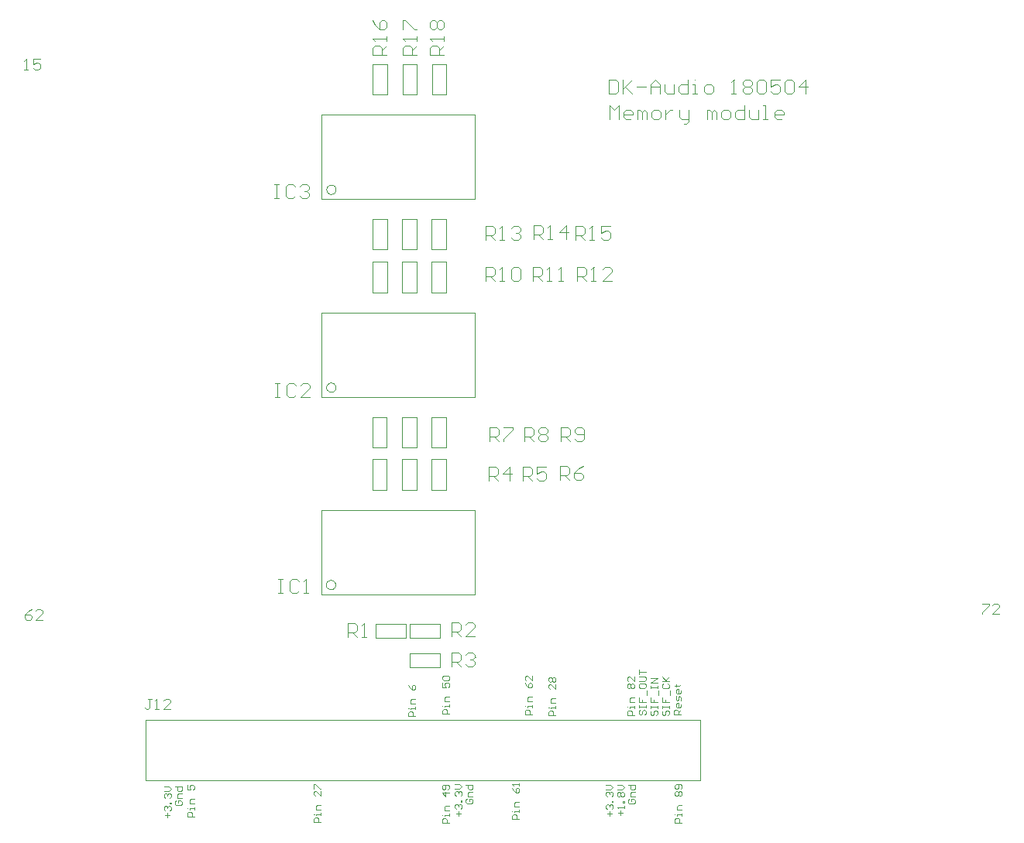
<source format=gto>
*%FSLAX23Y23*%
*%MOIN*%
G01*
D12*
X10591Y6143D02*
X10621D01*
X10591D02*
Y6158D01*
X10596Y6163D01*
X10606D01*
X10611Y6158D01*
Y6143D01*
X10621Y6173D02*
Y6183D01*
Y6178D01*
X10601D01*
Y6173D01*
X10591Y6178D02*
X10592D01*
X10601Y6198D02*
X10621D01*
X10601D02*
Y6213D01*
X10606Y6218D01*
X10621D01*
X10596Y6258D02*
X10591Y6263D01*
Y6273D01*
X10596Y6278D01*
X10601D01*
X10606Y6273D01*
X10611Y6278D01*
X10616D01*
X10621Y6273D01*
Y6263D01*
X10616Y6258D01*
X10611D01*
X10606Y6263D01*
X10601Y6258D01*
X10596D01*
X10606Y6263D02*
Y6273D01*
X10616Y6288D02*
X10621Y6293D01*
Y6303D01*
X10616Y6308D01*
X10596D01*
X10591Y6303D01*
Y6293D01*
X10596Y6288D01*
X10601D01*
X10606Y6293D01*
Y6308D01*
X9921Y6158D02*
X9891D01*
Y6173D01*
X9896Y6178D01*
X9906D01*
X9911Y6173D01*
Y6158D01*
X9921Y6188D02*
Y6198D01*
Y6193D01*
X9901D01*
Y6188D01*
X9891Y6193D02*
X9892D01*
X9901Y6213D02*
X9921D01*
X9901D02*
Y6228D01*
X9906Y6233D01*
X9921D01*
X9896Y6283D02*
X9891Y6293D01*
X9896Y6283D02*
X9906Y6273D01*
X9916D01*
X9921Y6278D01*
Y6288D01*
X9916Y6293D01*
X9911D01*
X9906Y6288D01*
Y6273D01*
X9921Y6303D02*
Y6313D01*
Y6308D01*
X9891D01*
X9892D01*
X9891D02*
X9896Y6303D01*
X9620Y6142D02*
X9590D01*
Y6157D01*
X9595Y6162D01*
X9605D01*
X9610Y6157D01*
Y6142D01*
X9620Y6172D02*
Y6182D01*
Y6177D01*
X9600D01*
Y6172D01*
X9590Y6177D02*
X9591D01*
X9600Y6197D02*
X9620D01*
X9600D02*
Y6212D01*
X9605Y6217D01*
X9620D01*
Y6272D02*
X9590D01*
X9605Y6257D01*
Y6277D01*
X9615Y6287D02*
X9620Y6292D01*
Y6302D01*
X9615Y6307D01*
X9595D01*
X9590Y6302D01*
Y6292D01*
X9595Y6287D01*
X9600D01*
X9605Y6292D01*
Y6307D01*
X9068Y6144D02*
X9038D01*
Y6159D01*
X9043Y6164D01*
X9053D01*
X9058Y6159D01*
Y6144D01*
X9068Y6174D02*
Y6184D01*
Y6179D01*
X9048D01*
Y6174D01*
X9038Y6179D02*
X9039D01*
X9048Y6199D02*
X9068D01*
X9048D02*
Y6214D01*
X9053Y6219D01*
X9068D01*
Y6259D02*
Y6279D01*
Y6259D02*
X9048Y6279D01*
X9043D01*
X9038Y6274D01*
Y6264D01*
X9043Y6259D01*
X9038Y6289D02*
Y6309D01*
X9043D01*
X9063Y6289D01*
X9068D01*
X10386Y6606D02*
X10416D01*
X10386D02*
Y6621D01*
X10391Y6626D01*
X10401D01*
X10406Y6621D01*
Y6606D01*
X10416Y6636D02*
Y6646D01*
Y6641D01*
X10396D01*
Y6636D01*
X10386Y6641D02*
X10387D01*
X10396Y6661D02*
X10416D01*
X10396D02*
Y6676D01*
X10401Y6681D01*
X10416D01*
X10391Y6721D02*
X10386Y6726D01*
Y6736D01*
X10391Y6741D01*
X10396D01*
X10401Y6736D01*
X10406Y6741D01*
X10411D01*
X10416Y6736D01*
Y6726D01*
X10411Y6721D01*
X10406D01*
X10401Y6726D01*
X10396Y6721D01*
X10391D01*
X10401Y6726D02*
Y6736D01*
X10416Y6751D02*
Y6771D01*
Y6751D02*
X10396Y6771D01*
X10391D01*
X10386Y6766D01*
Y6756D01*
X10391Y6751D01*
X9977Y6609D02*
X9947D01*
Y6624D01*
X9952Y6629D01*
X9962D01*
X9967Y6624D01*
Y6609D01*
X9977Y6639D02*
Y6649D01*
Y6644D01*
X9957D01*
Y6639D01*
X9947Y6644D02*
X9948D01*
X9957Y6664D02*
X9977D01*
X9957D02*
Y6679D01*
X9962Y6684D01*
X9977D01*
X9952Y6734D02*
X9947Y6744D01*
X9952Y6734D02*
X9962Y6724D01*
X9972D01*
X9977Y6729D01*
Y6739D01*
X9972Y6744D01*
X9967D01*
X9962Y6739D01*
Y6724D01*
X9977Y6754D02*
Y6774D01*
Y6754D02*
X9957Y6774D01*
X9952D01*
X9947Y6769D01*
Y6759D01*
X9952Y6754D01*
X9621Y6612D02*
X9591D01*
Y6627D01*
X9596Y6632D01*
X9606D01*
X9611Y6627D01*
Y6612D01*
X9621Y6642D02*
Y6652D01*
Y6647D01*
X9601D01*
Y6642D01*
X9591Y6647D02*
X9592D01*
X9601Y6667D02*
X9621D01*
X9601D02*
Y6682D01*
X9606Y6687D01*
X9621D01*
X9591Y6727D02*
Y6747D01*
Y6727D02*
X9606D01*
X9601Y6737D01*
Y6742D01*
X9606Y6747D01*
X9616D01*
X9621Y6742D01*
Y6732D01*
X9616Y6727D01*
X9596Y6757D02*
X9591Y6762D01*
Y6772D01*
X9596Y6777D01*
X9616D01*
X9621Y6772D01*
Y6762D01*
X9616Y6757D01*
X9596D01*
X8523Y6169D02*
X8493D01*
Y6184D01*
X8498Y6189D01*
X8508D01*
X8513Y6184D01*
Y6169D01*
X8523Y6199D02*
Y6209D01*
Y6204D01*
X8503D01*
Y6199D01*
X8493Y6204D02*
X8494D01*
X8503Y6224D02*
X8523D01*
X8503D02*
Y6239D01*
X8508Y6244D01*
X8523D01*
X8493Y6284D02*
Y6304D01*
Y6284D02*
X8508D01*
X8503Y6294D01*
Y6299D01*
X8508Y6304D01*
X8518D01*
X8523Y6299D01*
Y6289D01*
X8518Y6284D01*
X10537Y6622D02*
X10542Y6627D01*
X10537Y6622D02*
Y6612D01*
X10542Y6607D01*
X10547D01*
X10552Y6612D01*
Y6622D01*
X10557Y6627D01*
X10562D01*
X10567Y6622D01*
Y6612D01*
X10562Y6607D01*
X10537Y6637D02*
Y6647D01*
Y6642D01*
X10567D01*
Y6637D01*
Y6647D01*
X10537Y6662D02*
Y6682D01*
Y6662D02*
X10552D01*
Y6672D01*
Y6662D01*
X10567D01*
X10572Y6692D02*
Y6712D01*
X10542Y6742D02*
X10537Y6737D01*
Y6727D01*
X10542Y6722D01*
X10562D01*
X10567Y6727D01*
Y6737D01*
X10562Y6742D01*
X10567Y6752D02*
X10537D01*
X10557D02*
X10567D01*
X10557D02*
X10537Y6772D01*
X10552Y6757D01*
X10567Y6772D01*
X10491Y6627D02*
X10486Y6622D01*
Y6612D01*
X10491Y6607D01*
X10496D01*
X10501Y6612D01*
Y6622D01*
X10506Y6627D01*
X10511D01*
X10516Y6622D01*
Y6612D01*
X10511Y6607D01*
X10486Y6637D02*
Y6647D01*
Y6642D01*
X10516D01*
Y6637D01*
Y6647D01*
X10486Y6662D02*
Y6682D01*
Y6662D02*
X10501D01*
Y6672D01*
Y6662D01*
X10516D01*
X10521Y6692D02*
Y6712D01*
X10486Y6722D02*
Y6732D01*
Y6727D01*
X10516D01*
Y6722D01*
Y6732D01*
Y6747D02*
X10486D01*
X10516Y6767D01*
X10486D01*
X10442Y6628D02*
X10437Y6623D01*
Y6613D01*
X10442Y6608D01*
X10447D01*
X10452Y6613D01*
Y6623D01*
X10457Y6628D01*
X10462D01*
X10467Y6623D01*
Y6613D01*
X10462Y6608D01*
X10437Y6638D02*
Y6648D01*
Y6643D01*
X10467D01*
Y6638D01*
Y6648D01*
X10437Y6663D02*
Y6683D01*
Y6663D02*
X10452D01*
Y6673D01*
Y6663D01*
X10467D01*
X10472Y6693D02*
Y6713D01*
X10437Y6728D02*
Y6738D01*
Y6728D02*
X10442Y6723D01*
X10462D01*
X10467Y6728D01*
Y6738D01*
X10462Y6743D01*
X10442D01*
X10437Y6738D01*
Y6753D02*
X10462D01*
X10467Y6758D01*
Y6768D01*
X10462Y6773D01*
X10437D01*
Y6783D02*
Y6803D01*
Y6793D01*
X10467D01*
X10586Y6608D02*
X10616D01*
X10586D02*
Y6623D01*
X10591Y6628D01*
X10601D01*
X10606Y6623D01*
Y6608D01*
Y6618D02*
X10616Y6628D01*
Y6643D02*
Y6653D01*
Y6643D02*
X10611Y6638D01*
X10601D01*
X10596Y6643D01*
Y6653D01*
X10601Y6658D01*
X10606D01*
Y6638D01*
X10616Y6668D02*
Y6683D01*
X10611Y6688D01*
X10606Y6683D01*
Y6673D01*
X10601Y6668D01*
X10596Y6673D01*
Y6688D01*
X10616Y6703D02*
Y6713D01*
Y6703D02*
X10611Y6698D01*
X10601D01*
X10596Y6703D01*
Y6713D01*
X10601Y6718D01*
X10606D01*
Y6698D01*
X10596Y6733D02*
X10591D01*
X10596D02*
Y6728D01*
Y6738D01*
Y6733D01*
X10611D01*
X10616Y6738D01*
X10358Y6195D02*
Y6175D01*
X10348Y6185D02*
X10368D01*
X10373Y6205D02*
Y6215D01*
Y6210D01*
X10343D01*
X10344D01*
X10343D02*
X10348Y6205D01*
X10368Y6230D02*
X10373D01*
X10368D02*
Y6235D01*
X10373D01*
Y6230D01*
X10348Y6255D02*
X10343Y6260D01*
Y6270D01*
X10348Y6275D01*
X10353D01*
X10358Y6270D01*
X10363Y6275D01*
X10368D01*
X10373Y6270D01*
Y6260D01*
X10368Y6255D01*
X10363D01*
X10358Y6260D01*
X10353Y6255D01*
X10348D01*
X10358Y6260D02*
Y6270D01*
X10363Y6285D02*
X10343D01*
X10363D02*
X10373Y6295D01*
X10363Y6305D01*
X10343D01*
X10394Y6245D02*
X10389Y6240D01*
Y6230D01*
X10394Y6225D01*
X10414D01*
X10419Y6230D01*
Y6240D01*
X10414Y6245D01*
X10404D01*
Y6235D01*
X10399Y6255D02*
X10419D01*
X10399D02*
Y6270D01*
X10404Y6275D01*
X10419D01*
Y6305D02*
X10389D01*
X10419D02*
Y6290D01*
X10414Y6285D01*
X10404D01*
X10399Y6290D01*
Y6305D01*
X10309Y6191D02*
Y6171D01*
X10299Y6181D02*
X10319D01*
X10299Y6201D02*
X10294Y6206D01*
Y6216D01*
X10299Y6221D01*
X10304D01*
X10305D01*
X10304D02*
X10305D01*
X10304D02*
X10305D01*
X10304D02*
X10309Y6216D01*
Y6211D01*
Y6216D01*
X10314Y6221D01*
X10319D01*
X10324Y6216D01*
Y6206D01*
X10319Y6201D01*
Y6231D02*
X10324D01*
X10319D02*
Y6236D01*
X10324D01*
Y6231D01*
X10299Y6256D02*
X10294Y6261D01*
Y6271D01*
X10299Y6276D01*
X10304D01*
X10305D01*
X10304D02*
X10305D01*
X10304D02*
X10305D01*
X10304D02*
X10309Y6271D01*
Y6266D01*
Y6271D01*
X10314Y6276D01*
X10319D01*
X10324Y6271D01*
Y6261D01*
X10319Y6256D01*
X10314Y6286D02*
X10294D01*
X10314D02*
X10324Y6296D01*
X10314Y6306D01*
X10294D01*
X9697Y6246D02*
X9692Y6241D01*
Y6231D01*
X9697Y6226D01*
X9717D01*
X9722Y6231D01*
Y6241D01*
X9717Y6246D01*
X9707D01*
Y6236D01*
X9702Y6256D02*
X9722D01*
X9702D02*
Y6271D01*
X9707Y6276D01*
X9722D01*
Y6306D02*
X9692D01*
X9722D02*
Y6291D01*
X9717Y6286D01*
X9707D01*
X9702Y6291D01*
Y6306D01*
X9660Y6193D02*
Y6173D01*
X9650Y6183D02*
X9670D01*
X9650Y6203D02*
X9645Y6208D01*
Y6218D01*
X9650Y6223D01*
X9655D01*
X9656D01*
X9655D02*
X9656D01*
X9655D02*
X9656D01*
X9655D02*
X9660Y6218D01*
Y6213D01*
Y6218D01*
X9665Y6223D01*
X9670D01*
X9675Y6218D01*
Y6208D01*
X9670Y6203D01*
Y6233D02*
X9675D01*
X9670D02*
Y6238D01*
X9675D01*
Y6233D01*
X9650Y6258D02*
X9645Y6263D01*
Y6273D01*
X9650Y6278D01*
X9655D01*
X9656D01*
X9655D02*
X9656D01*
X9655D02*
X9656D01*
X9655D02*
X9660Y6273D01*
Y6268D01*
Y6273D01*
X9665Y6278D01*
X9670D01*
X9675Y6273D01*
Y6263D01*
X9670Y6258D01*
X9665Y6288D02*
X9645D01*
X9665D02*
X9675Y6298D01*
X9665Y6308D01*
X9645D01*
X8445Y6238D02*
X8440Y6233D01*
Y6223D01*
X8445Y6218D01*
X8465D01*
X8470Y6223D01*
Y6233D01*
X8465Y6238D01*
X8455D01*
Y6228D01*
X8450Y6248D02*
X8470D01*
X8450D02*
Y6263D01*
X8455Y6268D01*
X8470D01*
Y6298D02*
X8440D01*
X8470D02*
Y6283D01*
X8465Y6278D01*
X8455D01*
X8450Y6283D01*
Y6298D01*
X8408Y6185D02*
Y6165D01*
X8398Y6175D02*
X8418D01*
X8398Y6195D02*
X8393Y6200D01*
Y6210D01*
X8398Y6215D01*
X8403D01*
X8404D01*
X8403D02*
X8404D01*
X8403D02*
X8404D01*
X8403D02*
X8408Y6210D01*
Y6205D01*
Y6210D01*
X8413Y6215D01*
X8418D01*
X8423Y6210D01*
Y6200D01*
X8418Y6195D01*
Y6225D02*
X8423D01*
X8418D02*
Y6230D01*
X8423D01*
Y6225D01*
X8398Y6250D02*
X8393Y6255D01*
Y6265D01*
X8398Y6270D01*
X8403D01*
X8404D01*
X8403D02*
X8404D01*
X8403D02*
X8404D01*
X8403D02*
X8408Y6265D01*
Y6260D01*
Y6265D01*
X8413Y6270D01*
X8418D01*
X8423Y6265D01*
Y6255D01*
X8418Y6250D01*
X8413Y6280D02*
X8393D01*
X8413D02*
X8423Y6290D01*
X8413Y6300D01*
X8393D01*
X10048Y6604D02*
X10078D01*
X10048D02*
Y6619D01*
X10053Y6624D01*
X10063D01*
X10068Y6619D01*
Y6604D01*
X10078Y6634D02*
Y6644D01*
Y6639D01*
X10058D01*
Y6634D01*
X10048Y6639D02*
X10049D01*
X10058Y6659D02*
X10078D01*
X10058D02*
Y6674D01*
X10063Y6679D01*
X10078D01*
Y6719D02*
Y6739D01*
Y6719D02*
X10058Y6739D01*
X10053D01*
X10048Y6734D01*
Y6724D01*
X10053Y6719D01*
Y6749D02*
X10048Y6754D01*
Y6764D01*
X10053Y6769D01*
X10058D01*
X10063Y6764D01*
X10068Y6769D01*
X10073D01*
X10078Y6764D01*
Y6754D01*
X10073Y6749D01*
X10068D01*
X10063Y6754D01*
X10058Y6749D01*
X10053D01*
X10063Y6754D02*
Y6764D01*
X9475Y6601D02*
X9445D01*
Y6616D01*
X9450Y6621D01*
X9460D01*
X9465Y6616D01*
Y6601D01*
X9475Y6631D02*
Y6641D01*
Y6636D01*
X9455D01*
Y6631D01*
X9445Y6636D02*
X9446D01*
X9455Y6656D02*
X9475D01*
X9455D02*
Y6671D01*
X9460Y6676D01*
X9475D01*
X9450Y6726D02*
X9445Y6736D01*
X9450Y6726D02*
X9460Y6716D01*
X9470D01*
X9475Y6721D01*
Y6731D01*
X9470Y6736D01*
X9465D01*
X9460Y6731D01*
Y6716D01*
X11913Y7087D02*
X11943D01*
Y7079D01*
X11913Y7049D01*
Y7042D01*
X11958D02*
X11988D01*
X11958D02*
X11988Y7072D01*
Y7079D01*
X11980Y7087D01*
X11965D01*
X11958Y7079D01*
X9132Y8870D02*
X9132Y8867D01*
X9131Y8864D01*
X9130Y8861D01*
X9128Y8858D01*
X9126Y8855D01*
X9124Y8853D01*
X9121Y8852D01*
X9118Y8851D01*
X9115Y8850D01*
X9112Y8850D01*
X9108Y8850D01*
X9105Y8851D01*
X9102Y8853D01*
X9100Y8854D01*
X9097Y8857D01*
X9095Y8859D01*
X9094Y8862D01*
X9093Y8865D01*
X9092Y8868D01*
Y8872D01*
X9093Y8875D01*
X9094Y8878D01*
X9095Y8881D01*
X9097Y8883D01*
X9100Y8885D01*
X9102Y8887D01*
X9105Y8889D01*
X9108Y8890D01*
X9112Y8890D01*
X9115Y8890D01*
X9118Y8889D01*
X9121Y8888D01*
X9124Y8886D01*
X9126Y8884D01*
X9128Y8882D01*
X9130Y8879D01*
X9131Y8876D01*
X9132Y8873D01*
X9132Y8870D01*
X9073Y8829D02*
X9731D01*
Y9192D02*
X9073D01*
X9072Y9192D02*
Y8829D01*
X9731Y8829D02*
Y9192D01*
X8887Y8893D02*
X8867D01*
X8877D02*
X8887D01*
X8877D02*
Y8833D01*
X8867D01*
X8887D01*
X8947Y8893D02*
X8957Y8883D01*
X8947Y8893D02*
X8927D01*
X8917Y8883D01*
Y8843D01*
X8927Y8833D01*
X8947D01*
X8957Y8843D01*
X8977Y8883D02*
X8987Y8893D01*
X9007D01*
X9017Y8883D01*
Y8873D01*
X9018D01*
X9017D02*
X9018D01*
X9017D02*
X9018D01*
X9017D02*
X9007Y8863D01*
X8997D01*
X9007D01*
X9017Y8853D01*
Y8843D01*
X9007Y8833D01*
X8987D01*
X8977Y8843D01*
X9546Y9410D02*
X9608D01*
Y9279D02*
X9546D01*
X9608D02*
Y9410D01*
X9546D02*
Y9279D01*
X9536Y9450D02*
X9596D01*
X9536D02*
Y9480D01*
X9546Y9490D01*
X9566D01*
X9576Y9480D01*
Y9450D01*
Y9470D02*
X9596Y9490D01*
Y9510D02*
Y9530D01*
Y9520D01*
X9536D01*
X9537D01*
X9536D02*
X9546Y9510D01*
Y9560D02*
X9536Y9570D01*
Y9590D01*
X9546Y9600D01*
X9556D01*
X9566Y9590D01*
X9576Y9600D01*
X9586D01*
X9596Y9590D01*
Y9570D01*
X9586Y9560D01*
X9576D01*
X9566Y9570D01*
X9556Y9560D01*
X9546D01*
X9566Y9570D02*
Y9590D01*
X9481Y9279D02*
X9419D01*
Y9410D02*
X9481D01*
X9419D02*
Y9279D01*
X9481D02*
Y9410D01*
X9479Y9448D02*
X9419D01*
Y9478D01*
X9429Y9488D01*
X9449D01*
X9459Y9478D01*
Y9448D01*
Y9468D02*
X9479Y9488D01*
Y9508D02*
Y9528D01*
Y9518D01*
X9419D01*
X9420D01*
X9419D02*
X9429Y9508D01*
X9419Y9558D02*
Y9598D01*
X9429D01*
X9469Y9558D01*
X9479D01*
X9354Y9279D02*
X9292D01*
Y9410D02*
X9354D01*
X9292D02*
Y9279D01*
X9354D02*
Y9410D01*
X9351Y9448D02*
X9291D01*
Y9478D01*
X9301Y9488D01*
X9321D01*
X9331Y9478D01*
Y9448D01*
Y9468D02*
X9351Y9488D01*
Y9508D02*
Y9528D01*
Y9518D01*
X9291D01*
X9292D01*
X9291D02*
X9301Y9508D01*
Y9578D02*
X9291Y9598D01*
X9301Y9578D02*
X9321Y9558D01*
X9341D01*
X9351Y9568D01*
Y9588D01*
X9341Y9598D01*
X9331D01*
X9321Y9588D01*
Y9558D01*
X9545Y8611D02*
X9607D01*
Y8742D02*
X9545D01*
Y8611D01*
X9607D02*
Y8742D01*
X10165Y8713D02*
Y8653D01*
Y8713D02*
X10195D01*
X10205Y8703D01*
Y8683D01*
X10195Y8673D01*
X10165D01*
X10185D02*
X10205Y8653D01*
X10225D02*
X10245D01*
X10235D01*
Y8713D01*
X10236D01*
X10235D02*
X10225Y8703D01*
X10275Y8713D02*
X10315D01*
X10275D02*
Y8683D01*
X10295Y8693D01*
X10305D01*
X10315Y8683D01*
Y8663D01*
X10305Y8653D01*
X10285D01*
X10275Y8663D01*
X9480Y8742D02*
X9418D01*
Y8611D02*
X9480D01*
Y8742D01*
X9418D02*
Y8611D01*
X9983Y8657D02*
Y8717D01*
X10013D01*
X10023Y8707D01*
Y8687D01*
X10013Y8677D01*
X9983D01*
X10003D02*
X10023Y8657D01*
X10043D02*
X10063D01*
X10053D01*
Y8717D01*
X10054D01*
X10053D02*
X10043Y8707D01*
X10123Y8717D02*
Y8657D01*
X10093Y8687D02*
X10123Y8717D01*
X10133Y8687D02*
X10093D01*
X9353Y8742D02*
X9291D01*
Y8611D02*
X9353D01*
Y8742D01*
X9291D02*
Y8611D01*
X9776Y8653D02*
Y8713D01*
X9806D01*
X9816Y8703D01*
Y8683D01*
X9806Y8673D01*
X9776D01*
X9796D02*
X9816Y8653D01*
X9836D02*
X9856D01*
X9846D01*
Y8713D01*
X9847D01*
X9846D02*
X9836Y8703D01*
X9886D02*
X9896Y8713D01*
X9916D01*
X9926Y8703D01*
Y8693D01*
X9927D01*
X9926D02*
X9927D01*
X9926D02*
X9927D01*
X9926D02*
X9916Y8683D01*
X9906D01*
X9916D01*
X9926Y8673D01*
Y8663D01*
X9916Y8653D01*
X9896D01*
X9886Y8663D01*
X9607Y8427D02*
X9545D01*
Y8558D02*
X9607D01*
X9545D02*
Y8427D01*
X9607D02*
Y8558D01*
X10172Y8535D02*
Y8475D01*
Y8535D02*
X10202D01*
X10212Y8525D01*
Y8505D01*
X10202Y8495D01*
X10172D01*
X10192D02*
X10212Y8475D01*
X10232D02*
X10252D01*
X10242D01*
Y8535D01*
X10243D01*
X10242D02*
X10232Y8525D01*
X10282Y8475D02*
X10322D01*
X10282D02*
X10322Y8515D01*
Y8525D01*
X10312Y8535D01*
X10292D01*
X10282Y8525D01*
X9480Y8558D02*
X9418D01*
Y8427D02*
X9480D01*
Y8558D01*
X9418D02*
Y8427D01*
X9979Y8474D02*
Y8534D01*
X10009D01*
X10019Y8524D01*
Y8504D01*
X10009Y8494D01*
X9979D01*
X9999D02*
X10019Y8474D01*
X10039D02*
X10059D01*
X10049D01*
Y8534D01*
X10050D01*
X10049D02*
X10039Y8524D01*
X10089Y8474D02*
X10109D01*
X10099D01*
Y8534D01*
X10100D01*
X10099D02*
X10089Y8524D01*
X9353Y8558D02*
X9291D01*
Y8427D02*
X9353D01*
Y8558D01*
X9291D02*
Y8427D01*
X9776Y8475D02*
Y8535D01*
X9806D01*
X9816Y8525D01*
Y8505D01*
X9806Y8495D01*
X9776D01*
X9796D02*
X9816Y8475D01*
X9836D02*
X9856D01*
X9846D01*
Y8535D01*
X9847D01*
X9846D02*
X9836Y8525D01*
X9886D02*
X9896Y8535D01*
X9916D01*
X9926Y8525D01*
Y8485D01*
X9916Y8475D01*
X9896D01*
X9886Y8485D01*
Y8525D01*
X9130Y7168D02*
X9130Y7165D01*
X9129Y7162D01*
X9128Y7159D01*
X9126Y7156D01*
X9124Y7153D01*
X9122Y7151D01*
X9119Y7150D01*
X9116Y7149D01*
X9113Y7148D01*
X9110Y7148D01*
X9106Y7148D01*
X9103Y7149D01*
X9100Y7151D01*
X9098Y7152D01*
X9095Y7155D01*
X9093Y7157D01*
X9092Y7160D01*
X9091Y7163D01*
X9090Y7166D01*
Y7170D01*
X9091Y7173D01*
X9092Y7176D01*
X9093Y7179D01*
X9095Y7181D01*
X9098Y7183D01*
X9100Y7185D01*
X9103Y7187D01*
X9106Y7188D01*
X9110Y7188D01*
X9113Y7188D01*
X9116Y7187D01*
X9119Y7186D01*
X9122Y7184D01*
X9124Y7182D01*
X9126Y7180D01*
X9128Y7177D01*
X9129Y7174D01*
X9130Y7171D01*
X9130Y7168D01*
X9071Y7127D02*
X9729D01*
Y7490D02*
X9071D01*
X9070Y7490D02*
Y7127D01*
X9729Y7127D02*
Y7490D01*
X8904Y7192D02*
X8884D01*
X8894D02*
X8904D01*
X8894D02*
Y7132D01*
X8884D01*
X8904D01*
X8964Y7192D02*
X8974Y7182D01*
X8964Y7192D02*
X8944D01*
X8934Y7182D01*
Y7142D01*
X8944Y7132D01*
X8964D01*
X8974Y7142D01*
X8994Y7132D02*
X9014D01*
X9004D01*
Y7192D01*
X9005D01*
X9004D02*
X8994Y7182D01*
X9131Y8018D02*
X9131Y8015D01*
X9130Y8012D01*
X9129Y8009D01*
X9127Y8006D01*
X9125Y8003D01*
X9123Y8001D01*
X9120Y8000D01*
X9117Y7999D01*
X9114Y7998D01*
X9111Y7998D01*
X9107Y7998D01*
X9104Y7999D01*
X9101Y8001D01*
X9099Y8002D01*
X9096Y8005D01*
X9094Y8007D01*
X9093Y8010D01*
X9092Y8013D01*
X9091Y8016D01*
Y8020D01*
X9092Y8023D01*
X9093Y8026D01*
X9094Y8029D01*
X9096Y8031D01*
X9099Y8033D01*
X9101Y8035D01*
X9104Y8037D01*
X9107Y8038D01*
X9111Y8038D01*
X9114Y8038D01*
X9117Y8037D01*
X9120Y8036D01*
X9123Y8034D01*
X9125Y8032D01*
X9127Y8030D01*
X9129Y8027D01*
X9130Y8024D01*
X9131Y8021D01*
X9131Y8018D01*
X9072Y8340D02*
X9730D01*
Y7977D02*
X9072D01*
X9730Y7977D02*
Y8340D01*
X9071Y8340D02*
Y7977D01*
X8890Y8035D02*
X8870D01*
X8880D02*
X8890D01*
X8880D02*
Y7975D01*
X8870D01*
X8890D01*
X8950Y8035D02*
X8960Y8025D01*
X8950Y8035D02*
X8930D01*
X8920Y8025D01*
Y7985D01*
X8930Y7975D01*
X8950D01*
X8960Y7985D01*
X8980Y7975D02*
X9020D01*
X8980D02*
X9020Y8015D01*
Y8025D01*
X9010Y8035D01*
X8990D01*
X8980Y8025D01*
X9544Y7890D02*
X9606D01*
Y7759D02*
X9544D01*
X9606D02*
Y7890D01*
X9544D02*
Y7759D01*
X10102Y7786D02*
Y7846D01*
X10132D01*
X10142Y7836D01*
Y7816D01*
X10132Y7806D01*
X10102D01*
X10122D02*
X10142Y7786D01*
X10162Y7796D02*
X10172Y7786D01*
X10192D01*
X10202Y7796D01*
Y7836D01*
X10192Y7846D01*
X10172D01*
X10162Y7836D01*
Y7826D01*
X10172Y7816D01*
X10202D01*
X9479Y7759D02*
X9417D01*
Y7890D02*
X9479D01*
X9417D02*
Y7759D01*
X9479D02*
Y7890D01*
X9943Y7846D02*
Y7786D01*
Y7846D02*
X9973D01*
X9983Y7836D01*
Y7816D01*
X9973Y7806D01*
X9943D01*
X9963D02*
X9983Y7786D01*
X10003Y7836D02*
X10013Y7846D01*
X10033D01*
X10043Y7836D01*
Y7826D01*
X10033Y7816D01*
X10043Y7806D01*
Y7796D01*
X10033Y7786D01*
X10013D01*
X10003Y7796D01*
Y7806D01*
X10013Y7816D01*
X10003Y7826D01*
Y7836D01*
X10013Y7816D02*
X10033D01*
X9352Y7759D02*
X9290D01*
Y7890D02*
X9352D01*
X9290D02*
Y7759D01*
X9352D02*
Y7890D01*
X9793Y7846D02*
Y7786D01*
Y7846D02*
X9823D01*
X9833Y7836D01*
Y7816D01*
X9823Y7806D01*
X9793D01*
X9813D02*
X9833Y7786D01*
X9853Y7846D02*
X9893D01*
Y7836D01*
X9853Y7796D01*
Y7786D01*
X9606Y7708D02*
X9544D01*
Y7577D02*
X9606D01*
Y7708D01*
X9544D02*
Y7577D01*
X10096Y7618D02*
Y7678D01*
X10126D01*
X10136Y7668D01*
Y7648D01*
X10126Y7638D01*
X10096D01*
X10116D02*
X10136Y7618D01*
X10176Y7668D02*
X10196Y7678D01*
X10176Y7668D02*
X10156Y7648D01*
Y7628D01*
X10166Y7618D01*
X10186D01*
X10196Y7628D01*
Y7638D01*
X10186Y7648D01*
X10156D01*
X9479Y7577D02*
X9417D01*
Y7708D02*
X9479D01*
X9417D02*
Y7577D01*
X9479D02*
Y7708D01*
X9938Y7677D02*
Y7617D01*
Y7677D02*
X9968D01*
X9978Y7667D01*
Y7647D01*
X9968Y7637D01*
X9938D01*
X9958D02*
X9978Y7617D01*
X9998Y7677D02*
X10038D01*
X9998D02*
Y7647D01*
X10018Y7657D01*
X10028D01*
X10038Y7647D01*
Y7627D01*
X10028Y7617D01*
X10008D01*
X9998Y7627D01*
X9352Y7577D02*
X9290D01*
Y7708D02*
X9352D01*
X9290D02*
Y7577D01*
X9352D02*
Y7708D01*
X9791Y7675D02*
Y7615D01*
Y7675D02*
X9821D01*
X9831Y7665D01*
Y7645D01*
X9821Y7635D01*
X9791D01*
X9811D02*
X9831Y7615D01*
X9881D02*
Y7675D01*
X9851Y7645D01*
X9891D01*
X9582Y6811D02*
X9451D01*
Y6873D02*
X9582D01*
Y6811D01*
X9451D02*
Y6873D01*
X9632Y6875D02*
Y6815D01*
Y6875D02*
X9662D01*
X9672Y6865D01*
Y6845D01*
X9662Y6835D01*
X9632D01*
X9652D02*
X9672Y6815D01*
X9692Y6865D02*
X9702Y6875D01*
X9722D01*
X9732Y6865D01*
Y6855D01*
X9733D01*
X9732D02*
X9733D01*
X9732D02*
X9733D01*
X9732D02*
X9722Y6845D01*
X9712D01*
X9722D01*
X9732Y6835D01*
Y6825D01*
X9722Y6815D01*
X9702D01*
X9692Y6825D01*
X9582Y7000D02*
X9451D01*
Y6938D02*
X9582D01*
X9451D02*
Y7000D01*
X9582D02*
Y6938D01*
X9629Y6944D02*
Y7004D01*
X9659D01*
X9669Y6994D01*
Y6974D01*
X9659Y6964D01*
X9629D01*
X9649D02*
X9669Y6944D01*
X9689D02*
X9729D01*
X9689D02*
X9729Y6984D01*
Y6994D01*
X9719Y7004D01*
X9699D01*
X9689Y6994D01*
X9434Y7000D02*
X9303D01*
Y6938D02*
X9434D01*
X9303D02*
Y7000D01*
X9434D02*
Y6938D01*
X9184Y6942D02*
Y7002D01*
X9214D01*
X9224Y6992D01*
Y6972D01*
X9214Y6962D01*
X9184D01*
X9204D02*
X9224Y6942D01*
X9244D02*
X9264D01*
X9254D01*
Y7002D01*
X9255D01*
X9254D02*
X9244Y6992D01*
X7807Y9386D02*
X7792D01*
X7800D02*
X7807D01*
X7800D02*
Y9431D01*
X7801D01*
X7800D02*
X7792Y9423D01*
X7830Y9431D02*
X7860D01*
X7830D02*
Y9408D01*
X7845Y9416D01*
X7852D01*
X7860Y9408D01*
Y9393D01*
X7852Y9386D01*
X7837D01*
X7830Y9393D01*
X7824Y7062D02*
X7809Y7054D01*
X7794Y7039D01*
Y7024D01*
X7802Y7017D01*
X7817D01*
X7824Y7024D01*
Y7032D01*
X7817Y7039D01*
X7794D01*
X7839Y7017D02*
X7869D01*
X7839D02*
X7869Y7047D01*
Y7054D01*
X7862Y7062D01*
X7847D01*
X7839Y7054D01*
X8324Y6676D02*
X8339D01*
X8331D02*
X8324D01*
X8331D02*
Y6638D01*
X8324Y6631D01*
X8316D01*
X8309Y6638D01*
X8354Y6631D02*
X8369D01*
X8361D01*
Y6676D01*
X8362D01*
X8361D02*
X8354Y6668D01*
X8391Y6631D02*
X8421D01*
X8391D02*
X8421Y6661D01*
Y6668D01*
X8414Y6676D01*
X8399D01*
X8391Y6668D01*
D14*
X10699Y6587D02*
Y6327D01*
X8313D02*
Y6587D01*
X10699D01*
Y6327D02*
X8313D01*
D15*
X10310Y9171D02*
Y9231D01*
X10330Y9211D01*
X10350Y9231D01*
Y9171D01*
X10380D02*
X10400D01*
X10380D02*
X10370Y9181D01*
Y9201D01*
X10380Y9211D01*
X10400D01*
X10410Y9201D01*
Y9191D01*
X10370D01*
X10430Y9171D02*
Y9211D01*
X10440D01*
X10450Y9201D01*
Y9171D01*
Y9201D01*
X10460Y9211D01*
X10470Y9201D01*
Y9171D01*
X10500D02*
X10520D01*
X10530Y9181D01*
Y9201D01*
X10520Y9211D01*
X10500D01*
X10490Y9201D01*
Y9181D01*
X10500Y9171D01*
X10550D02*
Y9211D01*
Y9191D02*
Y9171D01*
Y9191D02*
X10560Y9201D01*
X10570Y9211D01*
X10580D01*
X10610D02*
Y9181D01*
X10620Y9171D01*
X10650D01*
Y9161D01*
X10640Y9151D01*
X10630D01*
X10650Y9171D02*
Y9211D01*
X10730D02*
Y9171D01*
Y9211D02*
X10740D01*
X10750Y9201D01*
Y9171D01*
Y9201D01*
X10760Y9211D01*
X10770Y9201D01*
Y9171D01*
X10800D02*
X10820D01*
X10830Y9181D01*
Y9201D01*
X10820Y9211D01*
X10800D01*
X10790Y9201D01*
Y9181D01*
X10800Y9171D01*
X10890D02*
Y9231D01*
Y9171D02*
X10860D01*
X10850Y9181D01*
Y9201D01*
X10860Y9211D01*
X10890D01*
X10910D02*
Y9181D01*
X10920Y9171D01*
X10950D01*
Y9211D01*
X10970Y9171D02*
X10990D01*
X10980D01*
Y9231D01*
X10970D01*
X11030Y9171D02*
X11050D01*
X11030D02*
X11020Y9181D01*
Y9201D01*
X11030Y9211D01*
X11050D01*
X11060Y9201D01*
Y9191D01*
X11020D01*
X10855Y9283D02*
X10835D01*
X10845D02*
X10855D01*
X10845D02*
Y9343D01*
X10846D01*
X10845D02*
X10835Y9333D01*
X10885D02*
X10895Y9343D01*
X10915D01*
X10925Y9333D01*
Y9323D01*
X10915Y9313D01*
X10925Y9303D01*
Y9293D01*
X10915Y9283D01*
X10895D01*
X10885Y9293D01*
Y9303D01*
X10895Y9313D01*
X10885Y9323D01*
Y9333D01*
X10895Y9313D02*
X10915D01*
X10945Y9333D02*
X10955Y9343D01*
X10975D01*
X10985Y9333D01*
Y9293D01*
X10975Y9283D01*
X10955D01*
X10945Y9293D01*
Y9333D01*
X11005Y9343D02*
X11045D01*
X11005D02*
Y9313D01*
X11025Y9323D01*
X11035D01*
X11045Y9313D01*
Y9293D01*
X11035Y9283D01*
X11015D01*
X11005Y9293D01*
X11065Y9333D02*
X11075Y9343D01*
X11095D01*
X11105Y9333D01*
Y9293D01*
X11095Y9283D01*
X11075D01*
X11065Y9293D01*
Y9333D01*
X11155Y9343D02*
Y9283D01*
X11125Y9313D02*
X11155Y9343D01*
X11165Y9313D02*
X11125D01*
X10307Y9341D02*
Y9281D01*
X10337D01*
X10347Y9291D01*
Y9331D01*
X10337Y9341D01*
X10307D01*
X10367D02*
Y9281D01*
Y9301D01*
X10407Y9341D01*
X10377Y9311D01*
X10407Y9281D01*
X10427Y9311D02*
X10467D01*
X10487Y9321D02*
Y9281D01*
Y9321D02*
X10507Y9341D01*
X10527Y9321D01*
Y9281D01*
Y9311D01*
X10487D01*
X10547Y9321D02*
Y9291D01*
X10557Y9281D01*
X10587D01*
Y9321D01*
X10647Y9341D02*
Y9281D01*
X10617D01*
X10607Y9291D01*
Y9311D01*
X10617Y9321D01*
X10647D01*
X10667Y9281D02*
X10687D01*
X10677D01*
Y9321D01*
X10667D01*
X10677Y9341D02*
X10678D01*
X10727Y9281D02*
X10747D01*
X10757Y9291D01*
Y9311D01*
X10747Y9321D01*
X10727D01*
X10717Y9311D01*
Y9291D01*
X10727Y9281D01*
D02*
M02*

</source>
